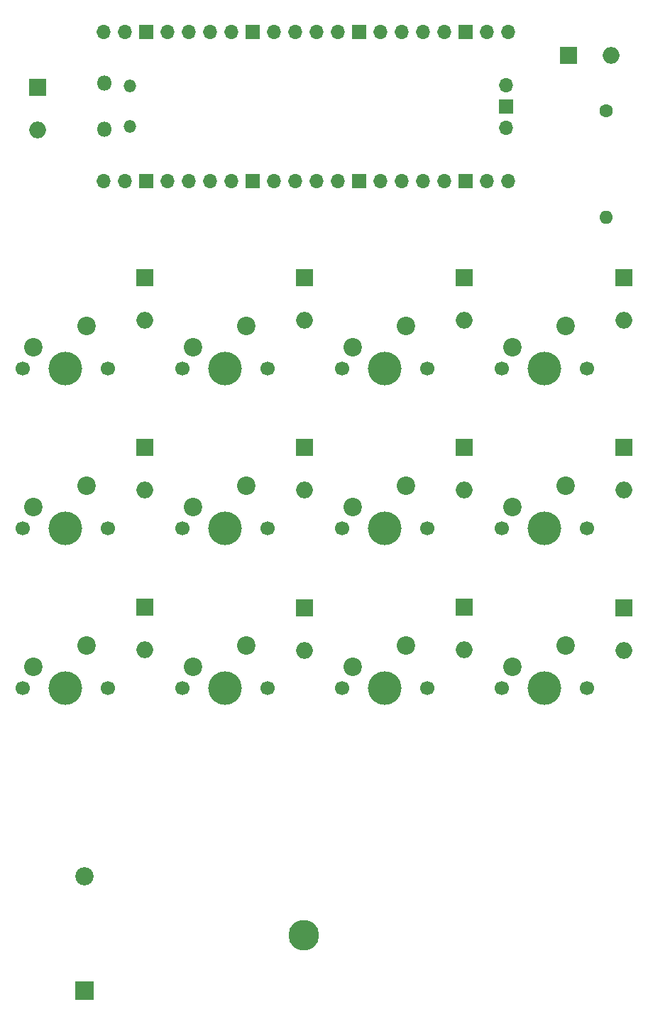
<source format=gbs>
%TF.GenerationSoftware,KiCad,Pcbnew,7.0.9*%
%TF.CreationDate,2023-11-20T17:00:57-07:00*%
%TF.ProjectId,blindscontrol,626c696e-6473-4636-9f6e-74726f6c2e6b,rev?*%
%TF.SameCoordinates,Original*%
%TF.FileFunction,Soldermask,Bot*%
%TF.FilePolarity,Negative*%
%FSLAX46Y46*%
G04 Gerber Fmt 4.6, Leading zero omitted, Abs format (unit mm)*
G04 Created by KiCad (PCBNEW 7.0.9) date 2023-11-20 17:00:57*
%MOMM*%
%LPD*%
G01*
G04 APERTURE LIST*
%ADD10C,1.700000*%
%ADD11C,4.000000*%
%ADD12C,2.200000*%
%ADD13R,2.000000X2.000000*%
%ADD14O,2.000000X2.000000*%
%ADD15O,1.800000X1.800000*%
%ADD16O,1.500000X1.500000*%
%ADD17O,1.700000X1.700000*%
%ADD18R,1.700000X1.700000*%
%ADD19C,1.600000*%
%ADD20O,1.600000X1.600000*%
%ADD21C,3.650000*%
%ADD22R,2.170000X2.170000*%
%ADD23C,2.170000*%
G04 APERTURE END LIST*
D10*
%TO.C,MX6*%
X217551000Y-156845000D03*
D11*
X222631000Y-156845000D03*
D10*
X227711000Y-156845000D03*
D12*
X225171000Y-151765000D03*
X218821000Y-154305000D03*
%TD*%
D13*
%TO.C,D11*%
X251206000Y-166243000D03*
D14*
X251206000Y-171323000D03*
%TD*%
D13*
%TO.C,D8*%
X270256000Y-147193000D03*
D14*
X270256000Y-152273000D03*
%TD*%
D10*
%TO.C,MX12*%
X255651000Y-175895000D03*
D11*
X260731000Y-175895000D03*
D10*
X265811000Y-175895000D03*
D12*
X263271000Y-170815000D03*
X256921000Y-173355000D03*
%TD*%
D10*
%TO.C,MX8*%
X255651000Y-156845000D03*
D11*
X260731000Y-156845000D03*
D10*
X265811000Y-156845000D03*
D12*
X263271000Y-151765000D03*
X256921000Y-154305000D03*
%TD*%
D10*
%TO.C,MX11*%
X236601000Y-175895000D03*
D11*
X241681000Y-175895000D03*
D10*
X246761000Y-175895000D03*
D12*
X244221000Y-170815000D03*
X237871000Y-173355000D03*
%TD*%
D13*
%TO.C,D12*%
X270256000Y-166370000D03*
D14*
X270256000Y-171450000D03*
%TD*%
D10*
%TO.C,MX5*%
X198501000Y-156845000D03*
D11*
X203581000Y-156845000D03*
D10*
X208661000Y-156845000D03*
D12*
X206121000Y-151765000D03*
X199771000Y-154305000D03*
%TD*%
D13*
%TO.C,D1*%
X213106000Y-127000000D03*
D14*
X213106000Y-132080000D03*
%TD*%
D13*
%TO.C,SW1*%
X200279000Y-104267000D03*
D14*
X200279000Y-109347000D03*
%TD*%
D13*
%TO.C,D2*%
X232156000Y-127000000D03*
D14*
X232156000Y-132080000D03*
%TD*%
D13*
%TO.C,D3*%
X251206000Y-127000000D03*
D14*
X251206000Y-132080000D03*
%TD*%
D13*
%TO.C,D6*%
X232156000Y-147193000D03*
D14*
X232156000Y-152273000D03*
%TD*%
D15*
%TO.C,U1*%
X208292000Y-109278000D03*
D16*
X211322000Y-108978000D03*
X211322000Y-104128000D03*
D15*
X208292000Y-103828000D03*
D17*
X208162000Y-115443000D03*
X210702000Y-115443000D03*
D18*
X213242000Y-115443000D03*
D17*
X215782000Y-115443000D03*
X218322000Y-115443000D03*
X220862000Y-115443000D03*
X223402000Y-115443000D03*
D18*
X225942000Y-115443000D03*
D17*
X228482000Y-115443000D03*
X231022000Y-115443000D03*
X233562000Y-115443000D03*
X236102000Y-115443000D03*
D18*
X238642000Y-115443000D03*
D17*
X241182000Y-115443000D03*
X243722000Y-115443000D03*
X246262000Y-115443000D03*
X248802000Y-115443000D03*
D18*
X251342000Y-115443000D03*
D17*
X253882000Y-115443000D03*
X256422000Y-115443000D03*
X256422000Y-97663000D03*
X253882000Y-97663000D03*
D18*
X251342000Y-97663000D03*
D17*
X248802000Y-97663000D03*
X246262000Y-97663000D03*
X243722000Y-97663000D03*
X241182000Y-97663000D03*
D18*
X238642000Y-97663000D03*
D17*
X236102000Y-97663000D03*
X233562000Y-97663000D03*
X231022000Y-97663000D03*
X228482000Y-97663000D03*
D18*
X225942000Y-97663000D03*
D17*
X223402000Y-97663000D03*
X220862000Y-97663000D03*
X218322000Y-97663000D03*
X215782000Y-97663000D03*
D18*
X213242000Y-97663000D03*
D17*
X210702000Y-97663000D03*
X208162000Y-97663000D03*
X256192000Y-109093000D03*
D18*
X256192000Y-106553000D03*
D17*
X256192000Y-104013000D03*
%TD*%
D13*
%TO.C,D13*%
X263652000Y-100457000D03*
D14*
X268732000Y-100457000D03*
%TD*%
D10*
%TO.C,MX2*%
X217551000Y-137795000D03*
D11*
X222631000Y-137795000D03*
D10*
X227711000Y-137795000D03*
D12*
X225171000Y-132715000D03*
X218821000Y-135255000D03*
%TD*%
D19*
%TO.C,R1*%
X268097000Y-107061000D03*
D20*
X268097000Y-119761000D03*
%TD*%
D10*
%TO.C,MX1*%
X198501000Y-137795000D03*
D11*
X203581000Y-137795000D03*
D10*
X208661000Y-137795000D03*
D12*
X206121000Y-132715000D03*
X199771000Y-135255000D03*
%TD*%
D10*
%TO.C,MX3*%
X236601000Y-137795000D03*
D11*
X241681000Y-137795000D03*
D10*
X246761000Y-137795000D03*
D12*
X244221000Y-132715000D03*
X237871000Y-135255000D03*
%TD*%
D13*
%TO.C,D4*%
X270256000Y-127000000D03*
D14*
X270256000Y-132080000D03*
%TD*%
D10*
%TO.C,MX4*%
X255651000Y-137795000D03*
D11*
X260731000Y-137795000D03*
D10*
X265811000Y-137795000D03*
D12*
X263271000Y-132715000D03*
X256921000Y-135255000D03*
%TD*%
D10*
%TO.C,MX10*%
X217551000Y-175895000D03*
D11*
X222631000Y-175895000D03*
D10*
X227711000Y-175895000D03*
D12*
X225171000Y-170815000D03*
X218821000Y-173355000D03*
%TD*%
D10*
%TO.C,MX9*%
X198501000Y-175895000D03*
D11*
X203581000Y-175895000D03*
D10*
X208661000Y-175895000D03*
D12*
X206121000Y-170815000D03*
X199771000Y-173355000D03*
%TD*%
D13*
%TO.C,D10*%
X232156000Y-166370000D03*
D14*
X232156000Y-171450000D03*
%TD*%
D13*
%TO.C,D7*%
X251206000Y-147193000D03*
D14*
X251206000Y-152273000D03*
%TD*%
D13*
%TO.C,D5*%
X213106000Y-147193000D03*
D14*
X213106000Y-152273000D03*
%TD*%
D13*
%TO.C,D9*%
X213106000Y-166243000D03*
D14*
X213106000Y-171323000D03*
%TD*%
D10*
%TO.C,MX7*%
X236601000Y-156845000D03*
D11*
X241681000Y-156845000D03*
D10*
X246761000Y-156845000D03*
D12*
X244221000Y-151765000D03*
X237871000Y-154305000D03*
%TD*%
D21*
%TO.C,BT1*%
X232029000Y-205359000D03*
D22*
X205869000Y-211989000D03*
D23*
X205869000Y-198399000D03*
%TD*%
M02*

</source>
